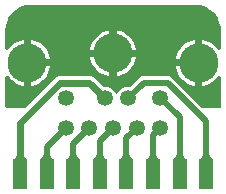
<source format=gbr>
G04 EAGLE Gerber RS-274X export*
G75*
%MOMM*%
%FSLAX34Y34*%
%LPD*%
%INTop Copper*%
%IPPOS*%
%AMOC8*
5,1,8,0,0,1.08239X$1,22.5*%
G01*
%ADD10R,1.270000X2.540000*%
%ADD11C,3.316000*%
%ADD12C,1.350000*%
%ADD13C,0.508000*%
%ADD14C,0.304800*%
%ADD15C,0.609600*%
%ADD16C,0.406400*%

G36*
X19349Y73491D02*
X19349Y73491D01*
X19476Y73498D01*
X19522Y73511D01*
X19570Y73517D01*
X19689Y73559D01*
X19810Y73594D01*
X19853Y73618D01*
X19898Y73634D01*
X20004Y73703D01*
X20115Y73764D01*
X20161Y73804D01*
X20191Y73823D01*
X20224Y73858D01*
X20301Y73923D01*
X46546Y100169D01*
X48787Y101097D01*
X76213Y101097D01*
X78454Y100169D01*
X86377Y92245D01*
X86476Y92166D01*
X86570Y92082D01*
X86612Y92058D01*
X86650Y92028D01*
X86764Y91974D01*
X86875Y91913D01*
X86922Y91900D01*
X86965Y91879D01*
X87089Y91853D01*
X87211Y91818D01*
X87271Y91813D01*
X87306Y91806D01*
X87354Y91807D01*
X87454Y91799D01*
X89949Y91799D01*
X93551Y90307D01*
X96307Y87551D01*
X96593Y86861D01*
X96641Y86773D01*
X96681Y86681D01*
X96726Y86621D01*
X96762Y86556D01*
X96829Y86482D01*
X96889Y86401D01*
X96946Y86353D01*
X96996Y86298D01*
X97079Y86241D01*
X97155Y86176D01*
X97222Y86142D01*
X97283Y86100D01*
X97376Y86063D01*
X97466Y86017D01*
X97538Y85999D01*
X97607Y85972D01*
X97706Y85957D01*
X97804Y85933D01*
X97878Y85932D01*
X97952Y85921D01*
X98052Y85929D01*
X98152Y85928D01*
X98225Y85944D01*
X98299Y85950D01*
X98395Y85981D01*
X98493Y86002D01*
X98560Y86034D01*
X98631Y86057D01*
X98717Y86109D01*
X98808Y86152D01*
X98866Y86199D01*
X98929Y86237D01*
X99001Y86307D01*
X99080Y86369D01*
X99126Y86428D01*
X99179Y86480D01*
X99234Y86564D01*
X99296Y86643D01*
X99342Y86733D01*
X99368Y86773D01*
X99379Y86806D01*
X99407Y86861D01*
X99693Y87551D01*
X102449Y90307D01*
X106051Y91799D01*
X109264Y91799D01*
X109390Y91813D01*
X109516Y91820D01*
X109562Y91833D01*
X109610Y91839D01*
X109729Y91881D01*
X109851Y91916D01*
X109893Y91940D01*
X109938Y91956D01*
X110045Y92025D01*
X110155Y92086D01*
X110201Y92126D01*
X110231Y92145D01*
X110265Y92180D01*
X110341Y92245D01*
X116048Y97952D01*
X117834Y99738D01*
X119888Y100589D01*
X142362Y100589D01*
X144416Y99738D01*
X170231Y73923D01*
X170330Y73844D01*
X170424Y73760D01*
X170466Y73736D01*
X170504Y73706D01*
X170618Y73652D01*
X170729Y73591D01*
X170775Y73578D01*
X170819Y73557D01*
X170942Y73531D01*
X171064Y73496D01*
X171125Y73492D01*
X171160Y73484D01*
X171208Y73485D01*
X171308Y73477D01*
X184666Y73477D01*
X184692Y73480D01*
X184718Y73478D01*
X184865Y73500D01*
X185012Y73517D01*
X185037Y73525D01*
X185063Y73529D01*
X185201Y73584D01*
X185340Y73634D01*
X185362Y73648D01*
X185387Y73658D01*
X185508Y73743D01*
X185633Y73823D01*
X185651Y73842D01*
X185673Y73857D01*
X185772Y73967D01*
X185875Y74074D01*
X185889Y74096D01*
X185906Y74116D01*
X185978Y74246D01*
X186054Y74373D01*
X186062Y74398D01*
X186075Y74421D01*
X186115Y74564D01*
X186160Y74705D01*
X186162Y74731D01*
X186170Y74756D01*
X186189Y75000D01*
X186189Y99625D01*
X186186Y99651D01*
X186188Y99676D01*
X186166Y99824D01*
X186149Y99971D01*
X186141Y99995D01*
X186137Y100021D01*
X186082Y100159D01*
X186032Y100300D01*
X186018Y100321D01*
X186009Y100345D01*
X185924Y100467D01*
X185843Y100592D01*
X185825Y100610D01*
X185810Y100631D01*
X185699Y100731D01*
X185592Y100835D01*
X185570Y100848D01*
X185551Y100865D01*
X185421Y100937D01*
X185293Y101013D01*
X185269Y101021D01*
X185246Y101034D01*
X185103Y101074D01*
X184961Y101120D01*
X184936Y101122D01*
X184911Y101129D01*
X184762Y101136D01*
X184614Y101148D01*
X184589Y101144D01*
X184563Y101145D01*
X184417Y101118D01*
X184269Y101096D01*
X184245Y101086D01*
X184220Y101082D01*
X184084Y101022D01*
X183945Y100967D01*
X183924Y100953D01*
X183901Y100942D01*
X183781Y100853D01*
X183659Y100768D01*
X183642Y100749D01*
X183622Y100734D01*
X183458Y100553D01*
X183262Y100298D01*
X182289Y99030D01*
X180470Y97211D01*
X178429Y95644D01*
X176200Y94358D01*
X173823Y93373D01*
X171338Y92707D01*
X170547Y92603D01*
X170547Y110476D01*
X170544Y110502D01*
X170546Y110528D01*
X170524Y110675D01*
X170507Y110822D01*
X170499Y110847D01*
X170495Y110873D01*
X170440Y111011D01*
X170390Y111150D01*
X170376Y111172D01*
X170366Y111197D01*
X170281Y111318D01*
X170201Y111443D01*
X170182Y111461D01*
X170167Y111483D01*
X170057Y111582D01*
X169950Y111685D01*
X169928Y111699D01*
X169908Y111716D01*
X169778Y111788D01*
X169651Y111864D01*
X169626Y111872D01*
X169603Y111885D01*
X169460Y111925D01*
X169319Y111970D01*
X169293Y111972D01*
X169268Y111979D01*
X169024Y111999D01*
X167499Y111999D01*
X167499Y112001D01*
X169024Y112001D01*
X169050Y112004D01*
X169076Y112002D01*
X169223Y112024D01*
X169370Y112041D01*
X169395Y112050D01*
X169421Y112053D01*
X169559Y112108D01*
X169698Y112158D01*
X169720Y112173D01*
X169745Y112182D01*
X169866Y112267D01*
X169991Y112347D01*
X170009Y112366D01*
X170031Y112381D01*
X170130Y112491D01*
X170233Y112598D01*
X170247Y112620D01*
X170264Y112640D01*
X170336Y112770D01*
X170412Y112897D01*
X170420Y112922D01*
X170433Y112945D01*
X170473Y113088D01*
X170518Y113229D01*
X170520Y113255D01*
X170528Y113280D01*
X170547Y113524D01*
X170547Y131397D01*
X171338Y131293D01*
X173823Y130627D01*
X176200Y129642D01*
X178429Y128356D01*
X180470Y126789D01*
X182289Y124970D01*
X183458Y123447D01*
X183475Y123429D01*
X183489Y123408D01*
X183596Y123304D01*
X183700Y123197D01*
X183721Y123183D01*
X183740Y123165D01*
X183868Y123089D01*
X183993Y123008D01*
X184017Y123000D01*
X184039Y122987D01*
X184181Y122941D01*
X184321Y122891D01*
X184346Y122888D01*
X184371Y122880D01*
X184519Y122868D01*
X184667Y122851D01*
X184693Y122854D01*
X184718Y122852D01*
X184866Y122875D01*
X185014Y122892D01*
X185037Y122900D01*
X185063Y122904D01*
X185202Y122959D01*
X185342Y123009D01*
X185363Y123023D01*
X185387Y123033D01*
X185509Y123118D01*
X185634Y123199D01*
X185652Y123217D01*
X185673Y123232D01*
X185773Y123342D01*
X185876Y123450D01*
X185889Y123472D01*
X185906Y123491D01*
X185978Y123621D01*
X186055Y123749D01*
X186062Y123773D01*
X186075Y123796D01*
X186116Y123939D01*
X186161Y124081D01*
X186163Y124106D01*
X186170Y124131D01*
X186189Y124375D01*
X186189Y140000D01*
X186184Y140042D01*
X186185Y140120D01*
X185942Y143196D01*
X185931Y143252D01*
X185929Y143309D01*
X185879Y143520D01*
X185876Y143538D01*
X185874Y143542D01*
X185873Y143547D01*
X183971Y149399D01*
X183923Y149505D01*
X183882Y149615D01*
X183843Y149678D01*
X183826Y149716D01*
X183799Y149751D01*
X183755Y149824D01*
X180138Y154801D01*
X180059Y154887D01*
X179987Y154979D01*
X179930Y155028D01*
X179903Y155058D01*
X179866Y155083D01*
X179801Y155138D01*
X174824Y158755D01*
X174722Y158812D01*
X174625Y158877D01*
X174556Y158906D01*
X174520Y158926D01*
X174477Y158939D01*
X174399Y158971D01*
X168547Y160873D01*
X168491Y160884D01*
X168437Y160904D01*
X168224Y160938D01*
X168206Y160942D01*
X168202Y160942D01*
X168196Y160942D01*
X165120Y161185D01*
X165077Y161183D01*
X165000Y161189D01*
X25000Y161189D01*
X24958Y161184D01*
X24880Y161185D01*
X21804Y160942D01*
X21748Y160931D01*
X21691Y160929D01*
X21480Y160879D01*
X21462Y160876D01*
X21458Y160874D01*
X21453Y160873D01*
X15601Y158971D01*
X15495Y158923D01*
X15385Y158882D01*
X15322Y158843D01*
X15284Y158826D01*
X15249Y158799D01*
X15176Y158755D01*
X10199Y155138D01*
X10113Y155059D01*
X10021Y154987D01*
X9972Y154930D01*
X9942Y154903D01*
X9917Y154866D01*
X9862Y154801D01*
X6245Y149824D01*
X6188Y149722D01*
X6123Y149625D01*
X6094Y149556D01*
X6074Y149520D01*
X6061Y149477D01*
X6029Y149399D01*
X4127Y143547D01*
X4116Y143491D01*
X4096Y143437D01*
X4062Y143224D01*
X4058Y143206D01*
X4058Y143202D01*
X4058Y143196D01*
X3815Y140120D01*
X3817Y140077D01*
X3811Y140000D01*
X3811Y124375D01*
X3814Y124349D01*
X3812Y124324D01*
X3834Y124176D01*
X3851Y124028D01*
X3859Y124004D01*
X3863Y123979D01*
X3918Y123840D01*
X3968Y123700D01*
X3982Y123679D01*
X3991Y123655D01*
X4076Y123533D01*
X4157Y123408D01*
X4175Y123390D01*
X4190Y123369D01*
X4301Y123269D01*
X4408Y123165D01*
X4430Y123152D01*
X4449Y123135D01*
X4579Y123063D01*
X4707Y122987D01*
X4731Y122979D01*
X4754Y122966D01*
X4897Y122926D01*
X5039Y122880D01*
X5064Y122878D01*
X5089Y122871D01*
X5238Y122864D01*
X5386Y122852D01*
X5411Y122856D01*
X5437Y122855D01*
X5583Y122882D01*
X5731Y122904D01*
X5755Y122914D01*
X5780Y122918D01*
X5916Y122978D01*
X6055Y123033D01*
X6076Y123047D01*
X6099Y123058D01*
X6219Y123147D01*
X6341Y123232D01*
X6358Y123251D01*
X6378Y123266D01*
X6542Y123447D01*
X7228Y124341D01*
X7711Y124970D01*
X9530Y126789D01*
X11571Y128356D01*
X13800Y129642D01*
X16177Y130627D01*
X18662Y131293D01*
X19453Y131397D01*
X19453Y113524D01*
X19456Y113498D01*
X19454Y113472D01*
X19476Y113325D01*
X19493Y113178D01*
X19501Y113153D01*
X19505Y113127D01*
X19560Y112989D01*
X19610Y112850D01*
X19624Y112828D01*
X19634Y112803D01*
X19719Y112682D01*
X19799Y112557D01*
X19818Y112539D01*
X19833Y112517D01*
X19943Y112418D01*
X20050Y112315D01*
X20072Y112301D01*
X20092Y112284D01*
X20222Y112212D01*
X20349Y112136D01*
X20374Y112128D01*
X20397Y112115D01*
X20540Y112075D01*
X20681Y112030D01*
X20707Y112028D01*
X20732Y112021D01*
X20976Y112001D01*
X22501Y112001D01*
X22501Y111999D01*
X20976Y111999D01*
X20950Y111996D01*
X20924Y111998D01*
X20777Y111976D01*
X20630Y111959D01*
X20605Y111950D01*
X20579Y111947D01*
X20441Y111892D01*
X20302Y111842D01*
X20280Y111827D01*
X20255Y111818D01*
X20134Y111733D01*
X20009Y111653D01*
X19991Y111634D01*
X19969Y111619D01*
X19870Y111509D01*
X19767Y111402D01*
X19753Y111380D01*
X19736Y111360D01*
X19664Y111230D01*
X19588Y111103D01*
X19580Y111078D01*
X19567Y111055D01*
X19527Y110912D01*
X19482Y110771D01*
X19480Y110745D01*
X19472Y110720D01*
X19453Y110476D01*
X19453Y92603D01*
X18662Y92707D01*
X16177Y93373D01*
X13800Y94358D01*
X11571Y95644D01*
X9530Y97211D01*
X7711Y99030D01*
X6542Y100553D01*
X6525Y100571D01*
X6511Y100592D01*
X6403Y100696D01*
X6300Y100803D01*
X6279Y100817D01*
X6260Y100835D01*
X6132Y100911D01*
X6007Y100992D01*
X5983Y101000D01*
X5961Y101013D01*
X5820Y101059D01*
X5679Y101109D01*
X5654Y101112D01*
X5629Y101120D01*
X5481Y101132D01*
X5333Y101149D01*
X5307Y101146D01*
X5282Y101148D01*
X5134Y101126D01*
X4986Y101108D01*
X4962Y101100D01*
X4937Y101096D01*
X4799Y101041D01*
X4658Y100991D01*
X4637Y100977D01*
X4613Y100967D01*
X4491Y100882D01*
X4366Y100801D01*
X4348Y100783D01*
X4327Y100768D01*
X4228Y100658D01*
X4124Y100550D01*
X4111Y100528D01*
X4094Y100510D01*
X4021Y100379D01*
X3945Y100251D01*
X3938Y100227D01*
X3925Y100204D01*
X3885Y100061D01*
X3839Y99919D01*
X3837Y99894D01*
X3830Y99869D01*
X3811Y99625D01*
X3811Y75000D01*
X3814Y74974D01*
X3812Y74948D01*
X3834Y74801D01*
X3851Y74654D01*
X3859Y74629D01*
X3863Y74603D01*
X3918Y74465D01*
X3968Y74326D01*
X3982Y74304D01*
X3992Y74279D01*
X4077Y74158D01*
X4157Y74033D01*
X4176Y74015D01*
X4191Y73993D01*
X4301Y73894D01*
X4408Y73791D01*
X4430Y73777D01*
X4450Y73760D01*
X4580Y73688D01*
X4707Y73612D01*
X4732Y73604D01*
X4755Y73591D01*
X4898Y73551D01*
X5039Y73506D01*
X5065Y73504D01*
X5090Y73496D01*
X5334Y73477D01*
X19224Y73477D01*
X19349Y73491D01*
G37*
%LPC*%
G36*
X98047Y123047D02*
X98047Y123047D01*
X98047Y139397D01*
X98838Y139293D01*
X101323Y138627D01*
X103700Y137642D01*
X105929Y136356D01*
X107970Y134789D01*
X109789Y132970D01*
X111356Y130929D01*
X112642Y128700D01*
X113627Y126323D01*
X114293Y123838D01*
X114397Y123047D01*
X98047Y123047D01*
G37*
%LPD*%
%LPC*%
G36*
X25547Y115047D02*
X25547Y115047D01*
X25547Y131397D01*
X26338Y131293D01*
X28823Y130627D01*
X31200Y129642D01*
X33429Y128356D01*
X35470Y126789D01*
X37289Y124970D01*
X38856Y122929D01*
X40142Y120700D01*
X41127Y118323D01*
X41793Y115838D01*
X41897Y115047D01*
X25547Y115047D01*
G37*
%LPD*%
%LPC*%
G36*
X98047Y116953D02*
X98047Y116953D01*
X114397Y116953D01*
X114293Y116162D01*
X113627Y113677D01*
X112642Y111300D01*
X111356Y109071D01*
X109789Y107030D01*
X107970Y105211D01*
X105929Y103644D01*
X103700Y102358D01*
X101323Y101373D01*
X98838Y100707D01*
X98047Y100603D01*
X98047Y116953D01*
G37*
%LPD*%
%LPC*%
G36*
X25547Y108953D02*
X25547Y108953D01*
X41897Y108953D01*
X41793Y108162D01*
X41127Y105677D01*
X40142Y103300D01*
X38856Y101071D01*
X37289Y99030D01*
X35470Y97211D01*
X33429Y95644D01*
X31200Y94358D01*
X28823Y93373D01*
X26338Y92707D01*
X25547Y92603D01*
X25547Y108953D01*
G37*
%LPD*%
%LPC*%
G36*
X148103Y115047D02*
X148103Y115047D01*
X148207Y115838D01*
X148873Y118323D01*
X149858Y120700D01*
X151144Y122929D01*
X152228Y124341D01*
X152711Y124970D01*
X154530Y126789D01*
X156571Y128356D01*
X158800Y129642D01*
X161177Y130627D01*
X163662Y131293D01*
X164453Y131397D01*
X164453Y115047D01*
X148103Y115047D01*
G37*
%LPD*%
%LPC*%
G36*
X75603Y123047D02*
X75603Y123047D01*
X75707Y123838D01*
X76373Y126323D01*
X77358Y128700D01*
X78644Y130929D01*
X79434Y131957D01*
X80211Y132970D01*
X82030Y134789D01*
X84071Y136356D01*
X86300Y137642D01*
X88677Y138627D01*
X91162Y139293D01*
X91953Y139397D01*
X91953Y123047D01*
X75603Y123047D01*
G37*
%LPD*%
%LPC*%
G36*
X91162Y100707D02*
X91162Y100707D01*
X88677Y101373D01*
X86300Y102358D01*
X84071Y103644D01*
X82030Y105211D01*
X80211Y107030D01*
X78644Y109071D01*
X77358Y111300D01*
X76373Y113677D01*
X75707Y116162D01*
X75603Y116953D01*
X91953Y116953D01*
X91953Y100603D01*
X91162Y100707D01*
G37*
%LPD*%
%LPC*%
G36*
X163662Y92707D02*
X163662Y92707D01*
X161177Y93373D01*
X158800Y94358D01*
X156571Y95644D01*
X154530Y97211D01*
X152711Y99030D01*
X151144Y101071D01*
X149858Y103300D01*
X148873Y105677D01*
X148207Y108162D01*
X148103Y108953D01*
X164453Y108953D01*
X164453Y92603D01*
X163662Y92707D01*
G37*
%LPD*%
%LPC*%
G36*
X94999Y119999D02*
X94999Y119999D01*
X94999Y120001D01*
X95001Y120001D01*
X95001Y119999D01*
X94999Y119999D01*
G37*
%LPD*%
D10*
X173750Y17500D03*
X16250Y17500D03*
X151250Y17500D03*
X106250Y17500D03*
X83750Y17500D03*
X128750Y17500D03*
D11*
X95000Y120000D03*
D12*
X135000Y82000D03*
X108000Y82000D03*
X88000Y82000D03*
X55000Y82000D03*
X135000Y57000D03*
X55000Y57000D03*
X75000Y57000D03*
X115000Y57000D03*
X95000Y57000D03*
D11*
X167500Y112000D03*
X22500Y112000D03*
D10*
X38750Y17500D03*
X61250Y17500D03*
D13*
X108000Y82000D02*
X121000Y95000D01*
X141250Y95000D01*
X173750Y62500D01*
X173750Y17500D01*
D14*
X170000Y28750D02*
X177500Y28750D01*
D15*
X88000Y82000D02*
X75000Y95000D01*
X50000Y95000D01*
X16250Y61250D01*
X16250Y17500D01*
D14*
X12500Y28750D02*
X20000Y28750D01*
D13*
X135000Y82000D02*
X151250Y65750D01*
X151250Y17500D01*
D14*
X147500Y28750D02*
X155000Y28750D01*
D13*
X115000Y57000D02*
X106250Y48250D01*
X106250Y17500D01*
X83750Y45750D02*
X95000Y57000D01*
X83750Y45750D02*
X83750Y17500D01*
D14*
X80000Y28750D02*
X87500Y28750D01*
D13*
X128750Y17500D02*
X128750Y50750D01*
X135000Y57000D01*
X55000Y57000D02*
X38750Y40750D01*
X38750Y20000D01*
D16*
X38750Y17500D01*
D13*
X61250Y17500D02*
X61250Y43250D01*
X75000Y57000D01*
D14*
X20000Y28750D02*
X12500Y28750D01*
X16250Y35000D01*
X20000Y28750D01*
X35000Y28750D02*
X42500Y28750D01*
X38750Y35000D02*
X35000Y28750D01*
X38750Y35000D02*
X42500Y28750D01*
X57500Y28750D02*
X65000Y28750D01*
X61250Y35000D02*
X57500Y28750D01*
X61250Y35000D02*
X65000Y28750D01*
X80000Y28750D02*
X87500Y28750D01*
X83750Y35000D02*
X80000Y28750D01*
X83750Y35000D02*
X87500Y28750D01*
X102500Y28750D02*
X110000Y28750D01*
X106250Y35000D02*
X102500Y28750D01*
X106250Y35000D02*
X110000Y28750D01*
X125000Y28750D02*
X132500Y28750D01*
X128750Y35000D02*
X125000Y28750D01*
X128750Y35000D02*
X132500Y28750D01*
X147500Y28750D02*
X155000Y28750D01*
X151250Y35000D02*
X147500Y28750D01*
X151250Y35000D02*
X155000Y28750D01*
X170000Y28750D02*
X177500Y28750D01*
X173750Y35000D02*
X170000Y28750D01*
X173750Y35000D02*
X177500Y28750D01*
M02*

</source>
